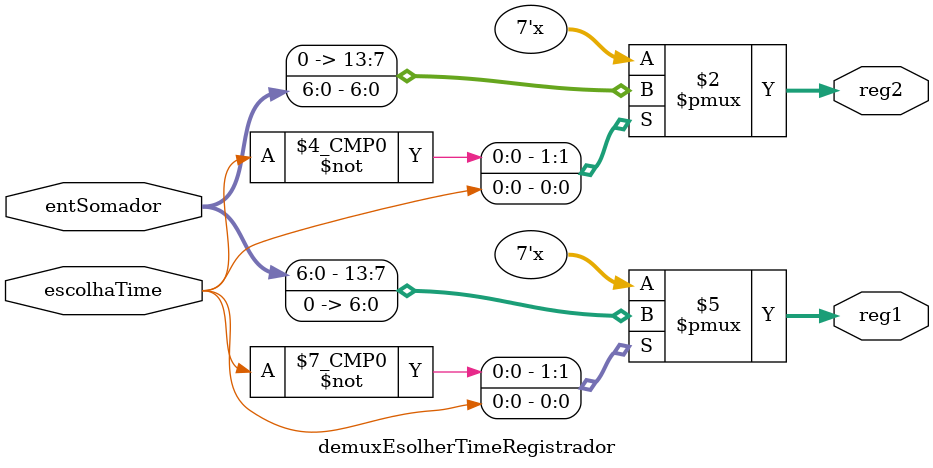
<source format=v>
module demuxEsolherTimeRegistrador (entSomador, escolhaTime, reg1, reg2);
	
	input [6:0] entSomador;
	input escolhaTime;
	output reg [6:0] reg1, reg2;
	
	always @* begin
		case (escolhaTime)
			1'b0 : begin reg1 = entSomador; reg2 = 7'b0000000; end
			1'b1 : begin reg2 = entSomador; reg1 = 7'b0000000; end
		endcase 
	end
	
endmodule 
</source>
